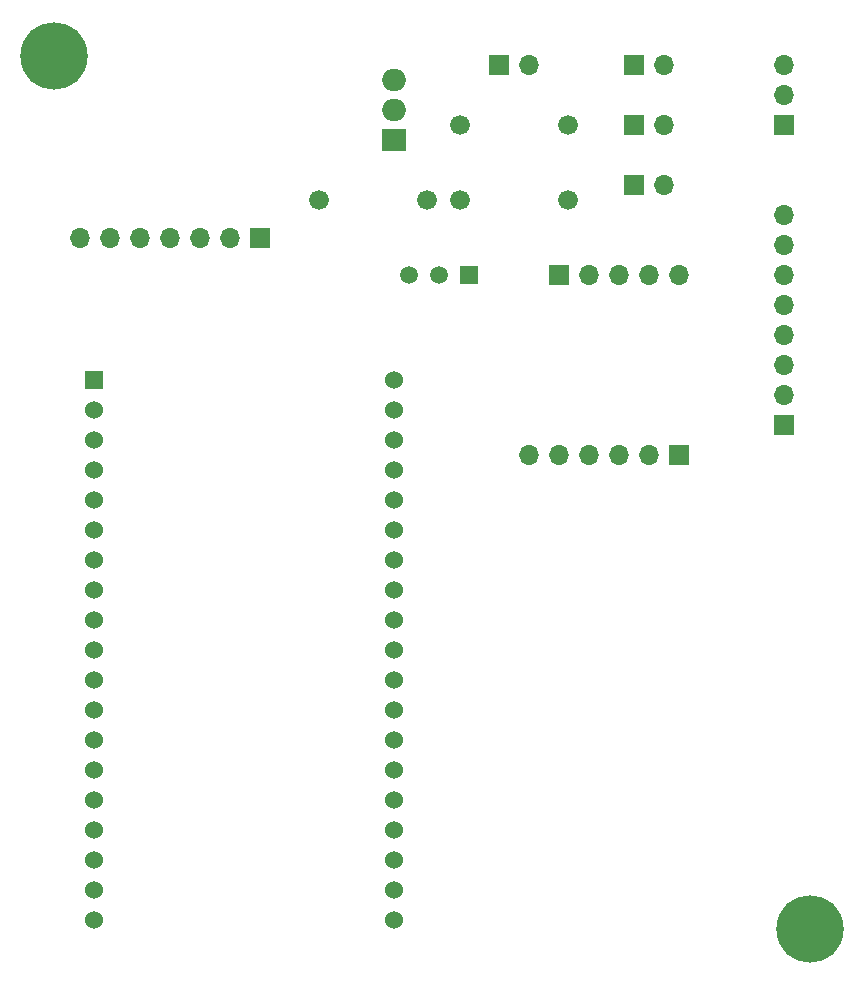
<source format=gbr>
%TF.GenerationSoftware,KiCad,Pcbnew,5.1.5+dfsg1-2build2*%
%TF.CreationDate,2021-02-13T22:52:38+01:00*%
%TF.ProjectId,ESPuino,45535075-696e-46f2-9e6b-696361645f70,rev?*%
%TF.SameCoordinates,Original*%
%TF.FileFunction,Soldermask,Top*%
%TF.FilePolarity,Negative*%
%FSLAX46Y46*%
G04 Gerber Fmt 4.6, Leading zero omitted, Abs format (unit mm)*
G04 Created by KiCad (PCBNEW 5.1.5+dfsg1-2build2) date 2021-02-13 22:52:38*
%MOMM*%
%LPD*%
G04 APERTURE LIST*
%ADD10C,1.530000*%
%ADD11R,1.530000X1.530000*%
%ADD12C,5.700000*%
%ADD13O,1.700000X1.700000*%
%ADD14R,1.700000X1.700000*%
%ADD15C,1.676400*%
%ADD16O,2.000000X1.905000*%
%ADD17R,2.000000X1.905000*%
%ADD18R,1.500000X1.500000*%
%ADD19C,1.500000*%
G04 APERTURE END LIST*
D10*
%TO.C,U1*%
X166370000Y-62240000D03*
X166370000Y-64780000D03*
X166370000Y-67320000D03*
X166370000Y-69860000D03*
X166370000Y-72400000D03*
X166370000Y-74940000D03*
X166370000Y-77480000D03*
X166370000Y-80020000D03*
X166370000Y-82560000D03*
X166370000Y-85100000D03*
X166370000Y-87640000D03*
X166370000Y-90180000D03*
X166370000Y-92720000D03*
X166370000Y-95260000D03*
X166370000Y-97800000D03*
X166370000Y-100340000D03*
X166370000Y-102880000D03*
X166370000Y-105420000D03*
X166370000Y-107960000D03*
X140970000Y-107960000D03*
X140970000Y-105420000D03*
X140970000Y-102880000D03*
X140970000Y-100340000D03*
X140970000Y-97800000D03*
X140970000Y-95260000D03*
X140970000Y-92720000D03*
X140970000Y-90180000D03*
X140970000Y-87640000D03*
X140970000Y-85100000D03*
X140970000Y-82560000D03*
X140970000Y-80020000D03*
X140970000Y-77480000D03*
X140970000Y-74940000D03*
X140970000Y-72400000D03*
X140970000Y-69860000D03*
X140970000Y-67320000D03*
X140970000Y-64780000D03*
D11*
X140970000Y-62240000D03*
%TD*%
D12*
%TO.C,REF\002A\002A*%
X201554080Y-108699300D03*
%TD*%
%TO.C,REF\002A\002A*%
X137579100Y-34841180D03*
%TD*%
D13*
%TO.C,J1*%
X177800000Y-68580000D03*
X180340000Y-68580000D03*
X182880000Y-68580000D03*
X185420000Y-68580000D03*
X187960000Y-68580000D03*
D14*
X190500000Y-68580000D03*
%TD*%
D13*
%TO.C,J9*%
X177800000Y-35560000D03*
D14*
X175260000Y-35560000D03*
%TD*%
D13*
%TO.C,J8*%
X199390000Y-35560000D03*
X199390000Y-38100000D03*
D14*
X199390000Y-40640000D03*
%TD*%
D13*
%TO.C,J7*%
X189230000Y-40640000D03*
D14*
X186690000Y-40640000D03*
%TD*%
D13*
%TO.C,J6*%
X189230000Y-35560000D03*
D14*
X186690000Y-35560000D03*
%TD*%
D13*
%TO.C,J5*%
X189230000Y-45720000D03*
D14*
X186690000Y-45720000D03*
%TD*%
D13*
%TO.C,J2*%
X199390000Y-48260000D03*
X199390000Y-50800000D03*
X199390000Y-53340000D03*
X199390000Y-55880000D03*
X199390000Y-58420000D03*
X199390000Y-60960000D03*
X199390000Y-63500000D03*
D14*
X199390000Y-66040000D03*
%TD*%
D13*
%TO.C,J3*%
X139766040Y-50185320D03*
X142306040Y-50185320D03*
X144846040Y-50185320D03*
X147386040Y-50185320D03*
X149926040Y-50185320D03*
X152466040Y-50185320D03*
D14*
X155006040Y-50185320D03*
%TD*%
D13*
%TO.C,J4*%
X190500000Y-53340000D03*
X187960000Y-53340000D03*
X185420000Y-53340000D03*
X182880000Y-53340000D03*
D14*
X180340000Y-53340000D03*
%TD*%
D15*
%TO.C,R5*%
X181102000Y-46990000D03*
X171958000Y-46990000D03*
%TD*%
%TO.C,R4*%
X181102000Y-40640000D03*
X171958000Y-40640000D03*
%TD*%
%TO.C,R1*%
X160020000Y-46990000D03*
X169164000Y-46990000D03*
%TD*%
D16*
%TO.C,Q2*%
X166370000Y-36830000D03*
X166370000Y-39370000D03*
D17*
X166370000Y-41910000D03*
%TD*%
D18*
%TO.C,Q1*%
X172720000Y-53340000D03*
D19*
X167640000Y-53340000D03*
X170180000Y-53340000D03*
%TD*%
M02*

</source>
